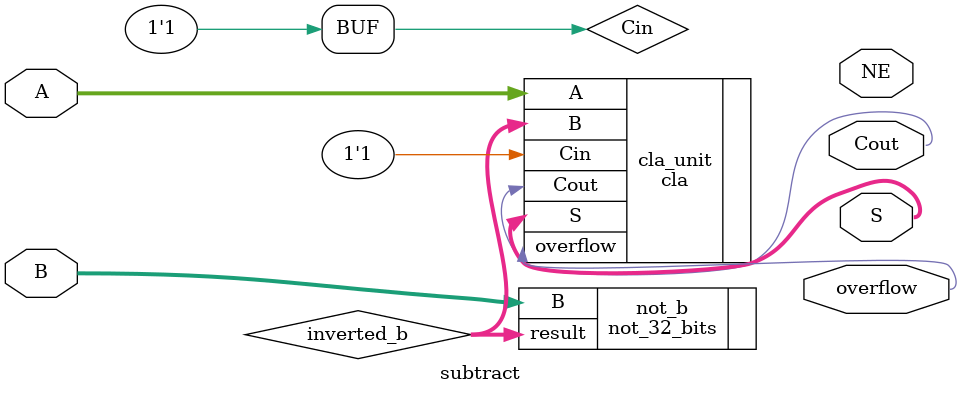
<source format=v>

module subtract(S, Cout, overflow, NE, A, B);
    wire [31:0] inverted_b;
    input [31:0] A, B;
    output [31:0] S;
    output Cout, NE;
    wire Cin;

    assign Cin = 1'b1;
    output overflow;

    not_32_bits not_b(.result(inverted_b), .B(B));
    cla cla_unit(.S(S), .Cout(Cout), .overflow(overflow), .A(A), .B(inverted_b), .Cin(Cin));

endmodule
</source>
